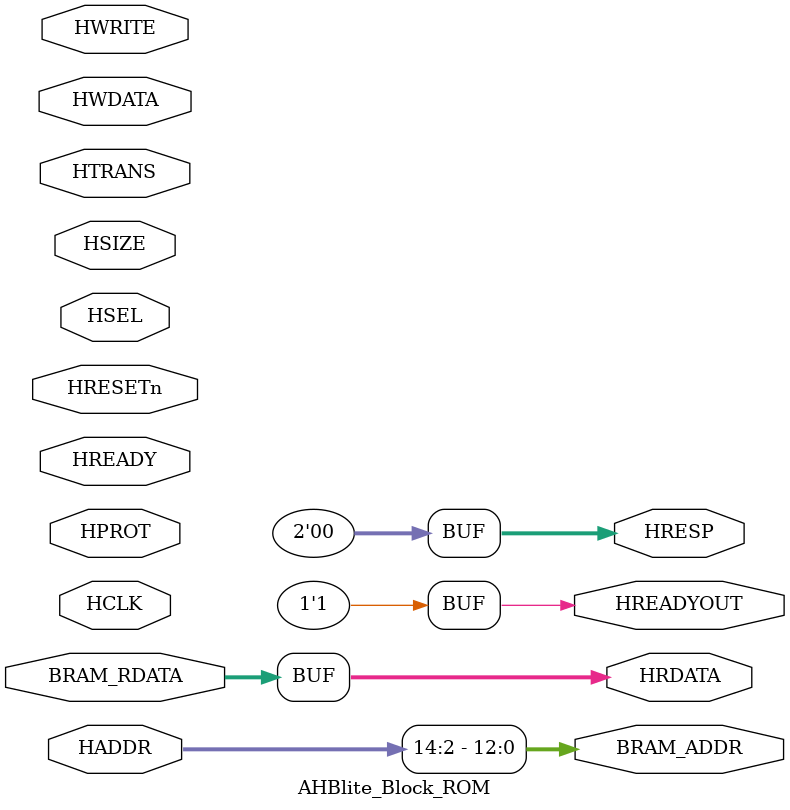
<source format=v>
module AHBlite_Block_ROM #(
    parameter            ADDR_WIDTH = 13)(
    input  wire          HCLK,    
    input  wire          HRESETn, 
    input  wire          HSEL,    
    input  wire   [31:0] HADDR,   
    input  wire    [1:0] HTRANS,  
    input  wire    [2:0] HSIZE,   
    input  wire    [3:0] HPROT,   
    input  wire          HWRITE,  
    input  wire   [31:0] HWDATA,   
    input wire           HREADY, 
    output wire          HREADYOUT, 
    output wire   [31:0] HRDATA,  
    output wire    [1:0] HRESP,
    output wire   [ADDR_WIDTH-1:0]  BRAM_ADDR,
    input  wire   [31:0] BRAM_RDATA
);

assign HRESP = 2'b0;
assign HRDATA = BRAM_RDATA;
assign BRAM_ADDR = HADDR[(ADDR_WIDTH+1):2];
assign HREADYOUT = 1'b1;

endmodule

</source>
